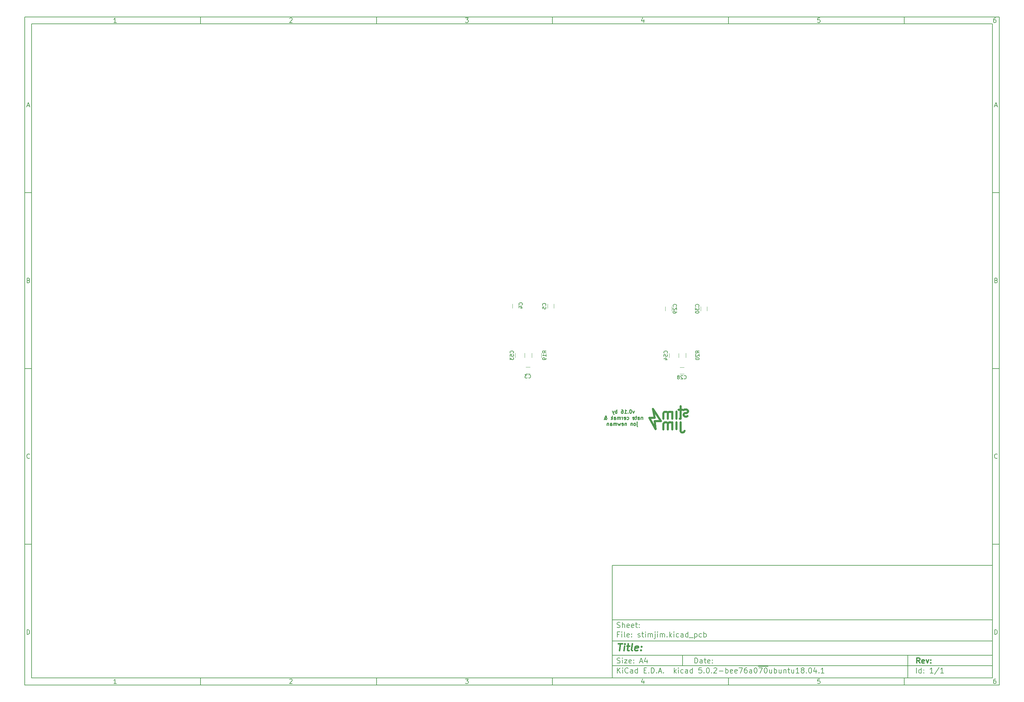
<source format=gbo>
G04 #@! TF.GenerationSoftware,KiCad,Pcbnew,5.0.2-bee76a0~70~ubuntu18.04.1*
G04 #@! TF.CreationDate,2019-02-25T13:41:17+02:00*
G04 #@! TF.ProjectId,stimjim,7374696d-6a69-46d2-9e6b-696361645f70,rev?*
G04 #@! TF.SameCoordinates,Original*
G04 #@! TF.FileFunction,Legend,Bot*
G04 #@! TF.FilePolarity,Positive*
%FSLAX46Y46*%
G04 Gerber Fmt 4.6, Leading zero omitted, Abs format (unit mm)*
G04 Created by KiCad (PCBNEW 5.0.2-bee76a0~70~ubuntu18.04.1) date Mon Feb 25 13:41:17 2019*
%MOMM*%
%LPD*%
G01*
G04 APERTURE LIST*
%ADD10C,0.100000*%
%ADD11C,0.150000*%
%ADD12C,0.300000*%
%ADD13C,0.400000*%
%ADD14C,0.600000*%
%ADD15C,0.250000*%
%ADD16C,0.120000*%
G04 APERTURE END LIST*
D10*
D11*
X177002200Y-166007200D02*
X177002200Y-198007200D01*
X285002200Y-198007200D01*
X285002200Y-166007200D01*
X177002200Y-166007200D01*
D10*
D11*
X10000000Y-10000000D02*
X10000000Y-200007200D01*
X287002200Y-200007200D01*
X287002200Y-10000000D01*
X10000000Y-10000000D01*
D10*
D11*
X12000000Y-12000000D02*
X12000000Y-198007200D01*
X285002200Y-198007200D01*
X285002200Y-12000000D01*
X12000000Y-12000000D01*
D10*
D11*
X60000000Y-12000000D02*
X60000000Y-10000000D01*
D10*
D11*
X110000000Y-12000000D02*
X110000000Y-10000000D01*
D10*
D11*
X160000000Y-12000000D02*
X160000000Y-10000000D01*
D10*
D11*
X210000000Y-12000000D02*
X210000000Y-10000000D01*
D10*
D11*
X260000000Y-12000000D02*
X260000000Y-10000000D01*
D10*
D11*
X36065476Y-11588095D02*
X35322619Y-11588095D01*
X35694047Y-11588095D02*
X35694047Y-10288095D01*
X35570238Y-10473809D01*
X35446428Y-10597619D01*
X35322619Y-10659523D01*
D10*
D11*
X85322619Y-10411904D02*
X85384523Y-10350000D01*
X85508333Y-10288095D01*
X85817857Y-10288095D01*
X85941666Y-10350000D01*
X86003571Y-10411904D01*
X86065476Y-10535714D01*
X86065476Y-10659523D01*
X86003571Y-10845238D01*
X85260714Y-11588095D01*
X86065476Y-11588095D01*
D10*
D11*
X135260714Y-10288095D02*
X136065476Y-10288095D01*
X135632142Y-10783333D01*
X135817857Y-10783333D01*
X135941666Y-10845238D01*
X136003571Y-10907142D01*
X136065476Y-11030952D01*
X136065476Y-11340476D01*
X136003571Y-11464285D01*
X135941666Y-11526190D01*
X135817857Y-11588095D01*
X135446428Y-11588095D01*
X135322619Y-11526190D01*
X135260714Y-11464285D01*
D10*
D11*
X185941666Y-10721428D02*
X185941666Y-11588095D01*
X185632142Y-10226190D02*
X185322619Y-11154761D01*
X186127380Y-11154761D01*
D10*
D11*
X236003571Y-10288095D02*
X235384523Y-10288095D01*
X235322619Y-10907142D01*
X235384523Y-10845238D01*
X235508333Y-10783333D01*
X235817857Y-10783333D01*
X235941666Y-10845238D01*
X236003571Y-10907142D01*
X236065476Y-11030952D01*
X236065476Y-11340476D01*
X236003571Y-11464285D01*
X235941666Y-11526190D01*
X235817857Y-11588095D01*
X235508333Y-11588095D01*
X235384523Y-11526190D01*
X235322619Y-11464285D01*
D10*
D11*
X285941666Y-10288095D02*
X285694047Y-10288095D01*
X285570238Y-10350000D01*
X285508333Y-10411904D01*
X285384523Y-10597619D01*
X285322619Y-10845238D01*
X285322619Y-11340476D01*
X285384523Y-11464285D01*
X285446428Y-11526190D01*
X285570238Y-11588095D01*
X285817857Y-11588095D01*
X285941666Y-11526190D01*
X286003571Y-11464285D01*
X286065476Y-11340476D01*
X286065476Y-11030952D01*
X286003571Y-10907142D01*
X285941666Y-10845238D01*
X285817857Y-10783333D01*
X285570238Y-10783333D01*
X285446428Y-10845238D01*
X285384523Y-10907142D01*
X285322619Y-11030952D01*
D10*
D11*
X60000000Y-198007200D02*
X60000000Y-200007200D01*
D10*
D11*
X110000000Y-198007200D02*
X110000000Y-200007200D01*
D10*
D11*
X160000000Y-198007200D02*
X160000000Y-200007200D01*
D10*
D11*
X210000000Y-198007200D02*
X210000000Y-200007200D01*
D10*
D11*
X260000000Y-198007200D02*
X260000000Y-200007200D01*
D10*
D11*
X36065476Y-199595295D02*
X35322619Y-199595295D01*
X35694047Y-199595295D02*
X35694047Y-198295295D01*
X35570238Y-198481009D01*
X35446428Y-198604819D01*
X35322619Y-198666723D01*
D10*
D11*
X85322619Y-198419104D02*
X85384523Y-198357200D01*
X85508333Y-198295295D01*
X85817857Y-198295295D01*
X85941666Y-198357200D01*
X86003571Y-198419104D01*
X86065476Y-198542914D01*
X86065476Y-198666723D01*
X86003571Y-198852438D01*
X85260714Y-199595295D01*
X86065476Y-199595295D01*
D10*
D11*
X135260714Y-198295295D02*
X136065476Y-198295295D01*
X135632142Y-198790533D01*
X135817857Y-198790533D01*
X135941666Y-198852438D01*
X136003571Y-198914342D01*
X136065476Y-199038152D01*
X136065476Y-199347676D01*
X136003571Y-199471485D01*
X135941666Y-199533390D01*
X135817857Y-199595295D01*
X135446428Y-199595295D01*
X135322619Y-199533390D01*
X135260714Y-199471485D01*
D10*
D11*
X185941666Y-198728628D02*
X185941666Y-199595295D01*
X185632142Y-198233390D02*
X185322619Y-199161961D01*
X186127380Y-199161961D01*
D10*
D11*
X236003571Y-198295295D02*
X235384523Y-198295295D01*
X235322619Y-198914342D01*
X235384523Y-198852438D01*
X235508333Y-198790533D01*
X235817857Y-198790533D01*
X235941666Y-198852438D01*
X236003571Y-198914342D01*
X236065476Y-199038152D01*
X236065476Y-199347676D01*
X236003571Y-199471485D01*
X235941666Y-199533390D01*
X235817857Y-199595295D01*
X235508333Y-199595295D01*
X235384523Y-199533390D01*
X235322619Y-199471485D01*
D10*
D11*
X285941666Y-198295295D02*
X285694047Y-198295295D01*
X285570238Y-198357200D01*
X285508333Y-198419104D01*
X285384523Y-198604819D01*
X285322619Y-198852438D01*
X285322619Y-199347676D01*
X285384523Y-199471485D01*
X285446428Y-199533390D01*
X285570238Y-199595295D01*
X285817857Y-199595295D01*
X285941666Y-199533390D01*
X286003571Y-199471485D01*
X286065476Y-199347676D01*
X286065476Y-199038152D01*
X286003571Y-198914342D01*
X285941666Y-198852438D01*
X285817857Y-198790533D01*
X285570238Y-198790533D01*
X285446428Y-198852438D01*
X285384523Y-198914342D01*
X285322619Y-199038152D01*
D10*
D11*
X10000000Y-60000000D02*
X12000000Y-60000000D01*
D10*
D11*
X10000000Y-110000000D02*
X12000000Y-110000000D01*
D10*
D11*
X10000000Y-160000000D02*
X12000000Y-160000000D01*
D10*
D11*
X10690476Y-35216666D02*
X11309523Y-35216666D01*
X10566666Y-35588095D02*
X11000000Y-34288095D01*
X11433333Y-35588095D01*
D10*
D11*
X11092857Y-84907142D02*
X11278571Y-84969047D01*
X11340476Y-85030952D01*
X11402380Y-85154761D01*
X11402380Y-85340476D01*
X11340476Y-85464285D01*
X11278571Y-85526190D01*
X11154761Y-85588095D01*
X10659523Y-85588095D01*
X10659523Y-84288095D01*
X11092857Y-84288095D01*
X11216666Y-84350000D01*
X11278571Y-84411904D01*
X11340476Y-84535714D01*
X11340476Y-84659523D01*
X11278571Y-84783333D01*
X11216666Y-84845238D01*
X11092857Y-84907142D01*
X10659523Y-84907142D01*
D10*
D11*
X11402380Y-135464285D02*
X11340476Y-135526190D01*
X11154761Y-135588095D01*
X11030952Y-135588095D01*
X10845238Y-135526190D01*
X10721428Y-135402380D01*
X10659523Y-135278571D01*
X10597619Y-135030952D01*
X10597619Y-134845238D01*
X10659523Y-134597619D01*
X10721428Y-134473809D01*
X10845238Y-134350000D01*
X11030952Y-134288095D01*
X11154761Y-134288095D01*
X11340476Y-134350000D01*
X11402380Y-134411904D01*
D10*
D11*
X10659523Y-185588095D02*
X10659523Y-184288095D01*
X10969047Y-184288095D01*
X11154761Y-184350000D01*
X11278571Y-184473809D01*
X11340476Y-184597619D01*
X11402380Y-184845238D01*
X11402380Y-185030952D01*
X11340476Y-185278571D01*
X11278571Y-185402380D01*
X11154761Y-185526190D01*
X10969047Y-185588095D01*
X10659523Y-185588095D01*
D10*
D11*
X287002200Y-60000000D02*
X285002200Y-60000000D01*
D10*
D11*
X287002200Y-110000000D02*
X285002200Y-110000000D01*
D10*
D11*
X287002200Y-160000000D02*
X285002200Y-160000000D01*
D10*
D11*
X285692676Y-35216666D02*
X286311723Y-35216666D01*
X285568866Y-35588095D02*
X286002200Y-34288095D01*
X286435533Y-35588095D01*
D10*
D11*
X286095057Y-84907142D02*
X286280771Y-84969047D01*
X286342676Y-85030952D01*
X286404580Y-85154761D01*
X286404580Y-85340476D01*
X286342676Y-85464285D01*
X286280771Y-85526190D01*
X286156961Y-85588095D01*
X285661723Y-85588095D01*
X285661723Y-84288095D01*
X286095057Y-84288095D01*
X286218866Y-84350000D01*
X286280771Y-84411904D01*
X286342676Y-84535714D01*
X286342676Y-84659523D01*
X286280771Y-84783333D01*
X286218866Y-84845238D01*
X286095057Y-84907142D01*
X285661723Y-84907142D01*
D10*
D11*
X286404580Y-135464285D02*
X286342676Y-135526190D01*
X286156961Y-135588095D01*
X286033152Y-135588095D01*
X285847438Y-135526190D01*
X285723628Y-135402380D01*
X285661723Y-135278571D01*
X285599819Y-135030952D01*
X285599819Y-134845238D01*
X285661723Y-134597619D01*
X285723628Y-134473809D01*
X285847438Y-134350000D01*
X286033152Y-134288095D01*
X286156961Y-134288095D01*
X286342676Y-134350000D01*
X286404580Y-134411904D01*
D10*
D11*
X285661723Y-185588095D02*
X285661723Y-184288095D01*
X285971247Y-184288095D01*
X286156961Y-184350000D01*
X286280771Y-184473809D01*
X286342676Y-184597619D01*
X286404580Y-184845238D01*
X286404580Y-185030952D01*
X286342676Y-185278571D01*
X286280771Y-185402380D01*
X286156961Y-185526190D01*
X285971247Y-185588095D01*
X285661723Y-185588095D01*
D10*
D11*
X200434342Y-193785771D02*
X200434342Y-192285771D01*
X200791485Y-192285771D01*
X201005771Y-192357200D01*
X201148628Y-192500057D01*
X201220057Y-192642914D01*
X201291485Y-192928628D01*
X201291485Y-193142914D01*
X201220057Y-193428628D01*
X201148628Y-193571485D01*
X201005771Y-193714342D01*
X200791485Y-193785771D01*
X200434342Y-193785771D01*
X202577200Y-193785771D02*
X202577200Y-193000057D01*
X202505771Y-192857200D01*
X202362914Y-192785771D01*
X202077200Y-192785771D01*
X201934342Y-192857200D01*
X202577200Y-193714342D02*
X202434342Y-193785771D01*
X202077200Y-193785771D01*
X201934342Y-193714342D01*
X201862914Y-193571485D01*
X201862914Y-193428628D01*
X201934342Y-193285771D01*
X202077200Y-193214342D01*
X202434342Y-193214342D01*
X202577200Y-193142914D01*
X203077200Y-192785771D02*
X203648628Y-192785771D01*
X203291485Y-192285771D02*
X203291485Y-193571485D01*
X203362914Y-193714342D01*
X203505771Y-193785771D01*
X203648628Y-193785771D01*
X204720057Y-193714342D02*
X204577200Y-193785771D01*
X204291485Y-193785771D01*
X204148628Y-193714342D01*
X204077200Y-193571485D01*
X204077200Y-193000057D01*
X204148628Y-192857200D01*
X204291485Y-192785771D01*
X204577200Y-192785771D01*
X204720057Y-192857200D01*
X204791485Y-193000057D01*
X204791485Y-193142914D01*
X204077200Y-193285771D01*
X205434342Y-193642914D02*
X205505771Y-193714342D01*
X205434342Y-193785771D01*
X205362914Y-193714342D01*
X205434342Y-193642914D01*
X205434342Y-193785771D01*
X205434342Y-192857200D02*
X205505771Y-192928628D01*
X205434342Y-193000057D01*
X205362914Y-192928628D01*
X205434342Y-192857200D01*
X205434342Y-193000057D01*
D10*
D11*
X177002200Y-194507200D02*
X285002200Y-194507200D01*
D10*
D11*
X178434342Y-196585771D02*
X178434342Y-195085771D01*
X179291485Y-196585771D02*
X178648628Y-195728628D01*
X179291485Y-195085771D02*
X178434342Y-195942914D01*
X179934342Y-196585771D02*
X179934342Y-195585771D01*
X179934342Y-195085771D02*
X179862914Y-195157200D01*
X179934342Y-195228628D01*
X180005771Y-195157200D01*
X179934342Y-195085771D01*
X179934342Y-195228628D01*
X181505771Y-196442914D02*
X181434342Y-196514342D01*
X181220057Y-196585771D01*
X181077200Y-196585771D01*
X180862914Y-196514342D01*
X180720057Y-196371485D01*
X180648628Y-196228628D01*
X180577200Y-195942914D01*
X180577200Y-195728628D01*
X180648628Y-195442914D01*
X180720057Y-195300057D01*
X180862914Y-195157200D01*
X181077200Y-195085771D01*
X181220057Y-195085771D01*
X181434342Y-195157200D01*
X181505771Y-195228628D01*
X182791485Y-196585771D02*
X182791485Y-195800057D01*
X182720057Y-195657200D01*
X182577200Y-195585771D01*
X182291485Y-195585771D01*
X182148628Y-195657200D01*
X182791485Y-196514342D02*
X182648628Y-196585771D01*
X182291485Y-196585771D01*
X182148628Y-196514342D01*
X182077200Y-196371485D01*
X182077200Y-196228628D01*
X182148628Y-196085771D01*
X182291485Y-196014342D01*
X182648628Y-196014342D01*
X182791485Y-195942914D01*
X184148628Y-196585771D02*
X184148628Y-195085771D01*
X184148628Y-196514342D02*
X184005771Y-196585771D01*
X183720057Y-196585771D01*
X183577200Y-196514342D01*
X183505771Y-196442914D01*
X183434342Y-196300057D01*
X183434342Y-195871485D01*
X183505771Y-195728628D01*
X183577200Y-195657200D01*
X183720057Y-195585771D01*
X184005771Y-195585771D01*
X184148628Y-195657200D01*
X186005771Y-195800057D02*
X186505771Y-195800057D01*
X186720057Y-196585771D02*
X186005771Y-196585771D01*
X186005771Y-195085771D01*
X186720057Y-195085771D01*
X187362914Y-196442914D02*
X187434342Y-196514342D01*
X187362914Y-196585771D01*
X187291485Y-196514342D01*
X187362914Y-196442914D01*
X187362914Y-196585771D01*
X188077200Y-196585771D02*
X188077200Y-195085771D01*
X188434342Y-195085771D01*
X188648628Y-195157200D01*
X188791485Y-195300057D01*
X188862914Y-195442914D01*
X188934342Y-195728628D01*
X188934342Y-195942914D01*
X188862914Y-196228628D01*
X188791485Y-196371485D01*
X188648628Y-196514342D01*
X188434342Y-196585771D01*
X188077200Y-196585771D01*
X189577200Y-196442914D02*
X189648628Y-196514342D01*
X189577200Y-196585771D01*
X189505771Y-196514342D01*
X189577200Y-196442914D01*
X189577200Y-196585771D01*
X190220057Y-196157200D02*
X190934342Y-196157200D01*
X190077200Y-196585771D02*
X190577200Y-195085771D01*
X191077200Y-196585771D01*
X191577200Y-196442914D02*
X191648628Y-196514342D01*
X191577200Y-196585771D01*
X191505771Y-196514342D01*
X191577200Y-196442914D01*
X191577200Y-196585771D01*
X194577200Y-196585771D02*
X194577200Y-195085771D01*
X194720057Y-196014342D02*
X195148628Y-196585771D01*
X195148628Y-195585771D02*
X194577200Y-196157200D01*
X195791485Y-196585771D02*
X195791485Y-195585771D01*
X195791485Y-195085771D02*
X195720057Y-195157200D01*
X195791485Y-195228628D01*
X195862914Y-195157200D01*
X195791485Y-195085771D01*
X195791485Y-195228628D01*
X197148628Y-196514342D02*
X197005771Y-196585771D01*
X196720057Y-196585771D01*
X196577200Y-196514342D01*
X196505771Y-196442914D01*
X196434342Y-196300057D01*
X196434342Y-195871485D01*
X196505771Y-195728628D01*
X196577200Y-195657200D01*
X196720057Y-195585771D01*
X197005771Y-195585771D01*
X197148628Y-195657200D01*
X198434342Y-196585771D02*
X198434342Y-195800057D01*
X198362914Y-195657200D01*
X198220057Y-195585771D01*
X197934342Y-195585771D01*
X197791485Y-195657200D01*
X198434342Y-196514342D02*
X198291485Y-196585771D01*
X197934342Y-196585771D01*
X197791485Y-196514342D01*
X197720057Y-196371485D01*
X197720057Y-196228628D01*
X197791485Y-196085771D01*
X197934342Y-196014342D01*
X198291485Y-196014342D01*
X198434342Y-195942914D01*
X199791485Y-196585771D02*
X199791485Y-195085771D01*
X199791485Y-196514342D02*
X199648628Y-196585771D01*
X199362914Y-196585771D01*
X199220057Y-196514342D01*
X199148628Y-196442914D01*
X199077200Y-196300057D01*
X199077200Y-195871485D01*
X199148628Y-195728628D01*
X199220057Y-195657200D01*
X199362914Y-195585771D01*
X199648628Y-195585771D01*
X199791485Y-195657200D01*
X202362914Y-195085771D02*
X201648628Y-195085771D01*
X201577200Y-195800057D01*
X201648628Y-195728628D01*
X201791485Y-195657200D01*
X202148628Y-195657200D01*
X202291485Y-195728628D01*
X202362914Y-195800057D01*
X202434342Y-195942914D01*
X202434342Y-196300057D01*
X202362914Y-196442914D01*
X202291485Y-196514342D01*
X202148628Y-196585771D01*
X201791485Y-196585771D01*
X201648628Y-196514342D01*
X201577200Y-196442914D01*
X203077200Y-196442914D02*
X203148628Y-196514342D01*
X203077200Y-196585771D01*
X203005771Y-196514342D01*
X203077200Y-196442914D01*
X203077200Y-196585771D01*
X204077200Y-195085771D02*
X204220057Y-195085771D01*
X204362914Y-195157200D01*
X204434342Y-195228628D01*
X204505771Y-195371485D01*
X204577200Y-195657200D01*
X204577200Y-196014342D01*
X204505771Y-196300057D01*
X204434342Y-196442914D01*
X204362914Y-196514342D01*
X204220057Y-196585771D01*
X204077200Y-196585771D01*
X203934342Y-196514342D01*
X203862914Y-196442914D01*
X203791485Y-196300057D01*
X203720057Y-196014342D01*
X203720057Y-195657200D01*
X203791485Y-195371485D01*
X203862914Y-195228628D01*
X203934342Y-195157200D01*
X204077200Y-195085771D01*
X205220057Y-196442914D02*
X205291485Y-196514342D01*
X205220057Y-196585771D01*
X205148628Y-196514342D01*
X205220057Y-196442914D01*
X205220057Y-196585771D01*
X205862914Y-195228628D02*
X205934342Y-195157200D01*
X206077200Y-195085771D01*
X206434342Y-195085771D01*
X206577200Y-195157200D01*
X206648628Y-195228628D01*
X206720057Y-195371485D01*
X206720057Y-195514342D01*
X206648628Y-195728628D01*
X205791485Y-196585771D01*
X206720057Y-196585771D01*
X207362914Y-196014342D02*
X208505771Y-196014342D01*
X209220057Y-196585771D02*
X209220057Y-195085771D01*
X209220057Y-195657200D02*
X209362914Y-195585771D01*
X209648628Y-195585771D01*
X209791485Y-195657200D01*
X209862914Y-195728628D01*
X209934342Y-195871485D01*
X209934342Y-196300057D01*
X209862914Y-196442914D01*
X209791485Y-196514342D01*
X209648628Y-196585771D01*
X209362914Y-196585771D01*
X209220057Y-196514342D01*
X211148628Y-196514342D02*
X211005771Y-196585771D01*
X210720057Y-196585771D01*
X210577200Y-196514342D01*
X210505771Y-196371485D01*
X210505771Y-195800057D01*
X210577200Y-195657200D01*
X210720057Y-195585771D01*
X211005771Y-195585771D01*
X211148628Y-195657200D01*
X211220057Y-195800057D01*
X211220057Y-195942914D01*
X210505771Y-196085771D01*
X212434342Y-196514342D02*
X212291485Y-196585771D01*
X212005771Y-196585771D01*
X211862914Y-196514342D01*
X211791485Y-196371485D01*
X211791485Y-195800057D01*
X211862914Y-195657200D01*
X212005771Y-195585771D01*
X212291485Y-195585771D01*
X212434342Y-195657200D01*
X212505771Y-195800057D01*
X212505771Y-195942914D01*
X211791485Y-196085771D01*
X213005771Y-195085771D02*
X214005771Y-195085771D01*
X213362914Y-196585771D01*
X215220057Y-195085771D02*
X214934342Y-195085771D01*
X214791485Y-195157200D01*
X214720057Y-195228628D01*
X214577200Y-195442914D01*
X214505771Y-195728628D01*
X214505771Y-196300057D01*
X214577200Y-196442914D01*
X214648628Y-196514342D01*
X214791485Y-196585771D01*
X215077200Y-196585771D01*
X215220057Y-196514342D01*
X215291485Y-196442914D01*
X215362914Y-196300057D01*
X215362914Y-195942914D01*
X215291485Y-195800057D01*
X215220057Y-195728628D01*
X215077200Y-195657200D01*
X214791485Y-195657200D01*
X214648628Y-195728628D01*
X214577200Y-195800057D01*
X214505771Y-195942914D01*
X216648628Y-196585771D02*
X216648628Y-195800057D01*
X216577200Y-195657200D01*
X216434342Y-195585771D01*
X216148628Y-195585771D01*
X216005771Y-195657200D01*
X216648628Y-196514342D02*
X216505771Y-196585771D01*
X216148628Y-196585771D01*
X216005771Y-196514342D01*
X215934342Y-196371485D01*
X215934342Y-196228628D01*
X216005771Y-196085771D01*
X216148628Y-196014342D01*
X216505771Y-196014342D01*
X216648628Y-195942914D01*
X217648628Y-195085771D02*
X217791485Y-195085771D01*
X217934342Y-195157200D01*
X218005771Y-195228628D01*
X218077200Y-195371485D01*
X218148628Y-195657200D01*
X218148628Y-196014342D01*
X218077200Y-196300057D01*
X218005771Y-196442914D01*
X217934342Y-196514342D01*
X217791485Y-196585771D01*
X217648628Y-196585771D01*
X217505771Y-196514342D01*
X217434342Y-196442914D01*
X217362914Y-196300057D01*
X217291485Y-196014342D01*
X217291485Y-195657200D01*
X217362914Y-195371485D01*
X217434342Y-195228628D01*
X217505771Y-195157200D01*
X217648628Y-195085771D01*
X218434342Y-194677200D02*
X219862914Y-194677200D01*
X218648628Y-195085771D02*
X219648628Y-195085771D01*
X219005771Y-196585771D01*
X219862914Y-194677200D02*
X221291485Y-194677200D01*
X220505771Y-195085771D02*
X220648628Y-195085771D01*
X220791485Y-195157200D01*
X220862914Y-195228628D01*
X220934342Y-195371485D01*
X221005771Y-195657200D01*
X221005771Y-196014342D01*
X220934342Y-196300057D01*
X220862914Y-196442914D01*
X220791485Y-196514342D01*
X220648628Y-196585771D01*
X220505771Y-196585771D01*
X220362914Y-196514342D01*
X220291485Y-196442914D01*
X220220057Y-196300057D01*
X220148628Y-196014342D01*
X220148628Y-195657200D01*
X220220057Y-195371485D01*
X220291485Y-195228628D01*
X220362914Y-195157200D01*
X220505771Y-195085771D01*
X222291485Y-195585771D02*
X222291485Y-196585771D01*
X221648628Y-195585771D02*
X221648628Y-196371485D01*
X221720057Y-196514342D01*
X221862914Y-196585771D01*
X222077200Y-196585771D01*
X222220057Y-196514342D01*
X222291485Y-196442914D01*
X223005771Y-196585771D02*
X223005771Y-195085771D01*
X223005771Y-195657200D02*
X223148628Y-195585771D01*
X223434342Y-195585771D01*
X223577200Y-195657200D01*
X223648628Y-195728628D01*
X223720057Y-195871485D01*
X223720057Y-196300057D01*
X223648628Y-196442914D01*
X223577200Y-196514342D01*
X223434342Y-196585771D01*
X223148628Y-196585771D01*
X223005771Y-196514342D01*
X225005771Y-195585771D02*
X225005771Y-196585771D01*
X224362914Y-195585771D02*
X224362914Y-196371485D01*
X224434342Y-196514342D01*
X224577200Y-196585771D01*
X224791485Y-196585771D01*
X224934342Y-196514342D01*
X225005771Y-196442914D01*
X225720057Y-195585771D02*
X225720057Y-196585771D01*
X225720057Y-195728628D02*
X225791485Y-195657200D01*
X225934342Y-195585771D01*
X226148628Y-195585771D01*
X226291485Y-195657200D01*
X226362914Y-195800057D01*
X226362914Y-196585771D01*
X226862914Y-195585771D02*
X227434342Y-195585771D01*
X227077200Y-195085771D02*
X227077200Y-196371485D01*
X227148628Y-196514342D01*
X227291485Y-196585771D01*
X227434342Y-196585771D01*
X228577200Y-195585771D02*
X228577200Y-196585771D01*
X227934342Y-195585771D02*
X227934342Y-196371485D01*
X228005771Y-196514342D01*
X228148628Y-196585771D01*
X228362914Y-196585771D01*
X228505771Y-196514342D01*
X228577200Y-196442914D01*
X230077200Y-196585771D02*
X229220057Y-196585771D01*
X229648628Y-196585771D02*
X229648628Y-195085771D01*
X229505771Y-195300057D01*
X229362914Y-195442914D01*
X229220057Y-195514342D01*
X230934342Y-195728628D02*
X230791485Y-195657200D01*
X230720057Y-195585771D01*
X230648628Y-195442914D01*
X230648628Y-195371485D01*
X230720057Y-195228628D01*
X230791485Y-195157200D01*
X230934342Y-195085771D01*
X231220057Y-195085771D01*
X231362914Y-195157200D01*
X231434342Y-195228628D01*
X231505771Y-195371485D01*
X231505771Y-195442914D01*
X231434342Y-195585771D01*
X231362914Y-195657200D01*
X231220057Y-195728628D01*
X230934342Y-195728628D01*
X230791485Y-195800057D01*
X230720057Y-195871485D01*
X230648628Y-196014342D01*
X230648628Y-196300057D01*
X230720057Y-196442914D01*
X230791485Y-196514342D01*
X230934342Y-196585771D01*
X231220057Y-196585771D01*
X231362914Y-196514342D01*
X231434342Y-196442914D01*
X231505771Y-196300057D01*
X231505771Y-196014342D01*
X231434342Y-195871485D01*
X231362914Y-195800057D01*
X231220057Y-195728628D01*
X232148628Y-196442914D02*
X232220057Y-196514342D01*
X232148628Y-196585771D01*
X232077200Y-196514342D01*
X232148628Y-196442914D01*
X232148628Y-196585771D01*
X233148628Y-195085771D02*
X233291485Y-195085771D01*
X233434342Y-195157200D01*
X233505771Y-195228628D01*
X233577200Y-195371485D01*
X233648628Y-195657200D01*
X233648628Y-196014342D01*
X233577200Y-196300057D01*
X233505771Y-196442914D01*
X233434342Y-196514342D01*
X233291485Y-196585771D01*
X233148628Y-196585771D01*
X233005771Y-196514342D01*
X232934342Y-196442914D01*
X232862914Y-196300057D01*
X232791485Y-196014342D01*
X232791485Y-195657200D01*
X232862914Y-195371485D01*
X232934342Y-195228628D01*
X233005771Y-195157200D01*
X233148628Y-195085771D01*
X234934342Y-195585771D02*
X234934342Y-196585771D01*
X234577200Y-195014342D02*
X234220057Y-196085771D01*
X235148628Y-196085771D01*
X235720057Y-196442914D02*
X235791485Y-196514342D01*
X235720057Y-196585771D01*
X235648628Y-196514342D01*
X235720057Y-196442914D01*
X235720057Y-196585771D01*
X237220057Y-196585771D02*
X236362914Y-196585771D01*
X236791485Y-196585771D02*
X236791485Y-195085771D01*
X236648628Y-195300057D01*
X236505771Y-195442914D01*
X236362914Y-195514342D01*
D10*
D11*
X177002200Y-191507200D02*
X285002200Y-191507200D01*
D10*
D12*
X264411485Y-193785771D02*
X263911485Y-193071485D01*
X263554342Y-193785771D02*
X263554342Y-192285771D01*
X264125771Y-192285771D01*
X264268628Y-192357200D01*
X264340057Y-192428628D01*
X264411485Y-192571485D01*
X264411485Y-192785771D01*
X264340057Y-192928628D01*
X264268628Y-193000057D01*
X264125771Y-193071485D01*
X263554342Y-193071485D01*
X265625771Y-193714342D02*
X265482914Y-193785771D01*
X265197200Y-193785771D01*
X265054342Y-193714342D01*
X264982914Y-193571485D01*
X264982914Y-193000057D01*
X265054342Y-192857200D01*
X265197200Y-192785771D01*
X265482914Y-192785771D01*
X265625771Y-192857200D01*
X265697200Y-193000057D01*
X265697200Y-193142914D01*
X264982914Y-193285771D01*
X266197200Y-192785771D02*
X266554342Y-193785771D01*
X266911485Y-192785771D01*
X267482914Y-193642914D02*
X267554342Y-193714342D01*
X267482914Y-193785771D01*
X267411485Y-193714342D01*
X267482914Y-193642914D01*
X267482914Y-193785771D01*
X267482914Y-192857200D02*
X267554342Y-192928628D01*
X267482914Y-193000057D01*
X267411485Y-192928628D01*
X267482914Y-192857200D01*
X267482914Y-193000057D01*
D10*
D11*
X178362914Y-193714342D02*
X178577200Y-193785771D01*
X178934342Y-193785771D01*
X179077200Y-193714342D01*
X179148628Y-193642914D01*
X179220057Y-193500057D01*
X179220057Y-193357200D01*
X179148628Y-193214342D01*
X179077200Y-193142914D01*
X178934342Y-193071485D01*
X178648628Y-193000057D01*
X178505771Y-192928628D01*
X178434342Y-192857200D01*
X178362914Y-192714342D01*
X178362914Y-192571485D01*
X178434342Y-192428628D01*
X178505771Y-192357200D01*
X178648628Y-192285771D01*
X179005771Y-192285771D01*
X179220057Y-192357200D01*
X179862914Y-193785771D02*
X179862914Y-192785771D01*
X179862914Y-192285771D02*
X179791485Y-192357200D01*
X179862914Y-192428628D01*
X179934342Y-192357200D01*
X179862914Y-192285771D01*
X179862914Y-192428628D01*
X180434342Y-192785771D02*
X181220057Y-192785771D01*
X180434342Y-193785771D01*
X181220057Y-193785771D01*
X182362914Y-193714342D02*
X182220057Y-193785771D01*
X181934342Y-193785771D01*
X181791485Y-193714342D01*
X181720057Y-193571485D01*
X181720057Y-193000057D01*
X181791485Y-192857200D01*
X181934342Y-192785771D01*
X182220057Y-192785771D01*
X182362914Y-192857200D01*
X182434342Y-193000057D01*
X182434342Y-193142914D01*
X181720057Y-193285771D01*
X183077200Y-193642914D02*
X183148628Y-193714342D01*
X183077200Y-193785771D01*
X183005771Y-193714342D01*
X183077200Y-193642914D01*
X183077200Y-193785771D01*
X183077200Y-192857200D02*
X183148628Y-192928628D01*
X183077200Y-193000057D01*
X183005771Y-192928628D01*
X183077200Y-192857200D01*
X183077200Y-193000057D01*
X184862914Y-193357200D02*
X185577200Y-193357200D01*
X184720057Y-193785771D02*
X185220057Y-192285771D01*
X185720057Y-193785771D01*
X186862914Y-192785771D02*
X186862914Y-193785771D01*
X186505771Y-192214342D02*
X186148628Y-193285771D01*
X187077200Y-193285771D01*
D10*
D11*
X263434342Y-196585771D02*
X263434342Y-195085771D01*
X264791485Y-196585771D02*
X264791485Y-195085771D01*
X264791485Y-196514342D02*
X264648628Y-196585771D01*
X264362914Y-196585771D01*
X264220057Y-196514342D01*
X264148628Y-196442914D01*
X264077200Y-196300057D01*
X264077200Y-195871485D01*
X264148628Y-195728628D01*
X264220057Y-195657200D01*
X264362914Y-195585771D01*
X264648628Y-195585771D01*
X264791485Y-195657200D01*
X265505771Y-196442914D02*
X265577200Y-196514342D01*
X265505771Y-196585771D01*
X265434342Y-196514342D01*
X265505771Y-196442914D01*
X265505771Y-196585771D01*
X265505771Y-195657200D02*
X265577200Y-195728628D01*
X265505771Y-195800057D01*
X265434342Y-195728628D01*
X265505771Y-195657200D01*
X265505771Y-195800057D01*
X268148628Y-196585771D02*
X267291485Y-196585771D01*
X267720057Y-196585771D02*
X267720057Y-195085771D01*
X267577200Y-195300057D01*
X267434342Y-195442914D01*
X267291485Y-195514342D01*
X269862914Y-195014342D02*
X268577200Y-196942914D01*
X271148628Y-196585771D02*
X270291485Y-196585771D01*
X270720057Y-196585771D02*
X270720057Y-195085771D01*
X270577200Y-195300057D01*
X270434342Y-195442914D01*
X270291485Y-195514342D01*
D10*
D11*
X177002200Y-187507200D02*
X285002200Y-187507200D01*
D10*
D13*
X178714580Y-188211961D02*
X179857438Y-188211961D01*
X179036009Y-190211961D02*
X179286009Y-188211961D01*
X180274104Y-190211961D02*
X180440771Y-188878628D01*
X180524104Y-188211961D02*
X180416961Y-188307200D01*
X180500295Y-188402438D01*
X180607438Y-188307200D01*
X180524104Y-188211961D01*
X180500295Y-188402438D01*
X181107438Y-188878628D02*
X181869342Y-188878628D01*
X181476485Y-188211961D02*
X181262200Y-189926247D01*
X181333628Y-190116723D01*
X181512200Y-190211961D01*
X181702676Y-190211961D01*
X182655057Y-190211961D02*
X182476485Y-190116723D01*
X182405057Y-189926247D01*
X182619342Y-188211961D01*
X184190771Y-190116723D02*
X183988390Y-190211961D01*
X183607438Y-190211961D01*
X183428866Y-190116723D01*
X183357438Y-189926247D01*
X183452676Y-189164342D01*
X183571723Y-188973866D01*
X183774104Y-188878628D01*
X184155057Y-188878628D01*
X184333628Y-188973866D01*
X184405057Y-189164342D01*
X184381247Y-189354819D01*
X183405057Y-189545295D01*
X185155057Y-190021485D02*
X185238390Y-190116723D01*
X185131247Y-190211961D01*
X185047914Y-190116723D01*
X185155057Y-190021485D01*
X185131247Y-190211961D01*
X185286009Y-188973866D02*
X185369342Y-189069104D01*
X185262200Y-189164342D01*
X185178866Y-189069104D01*
X185286009Y-188973866D01*
X185262200Y-189164342D01*
D10*
D11*
X178934342Y-185600057D02*
X178434342Y-185600057D01*
X178434342Y-186385771D02*
X178434342Y-184885771D01*
X179148628Y-184885771D01*
X179720057Y-186385771D02*
X179720057Y-185385771D01*
X179720057Y-184885771D02*
X179648628Y-184957200D01*
X179720057Y-185028628D01*
X179791485Y-184957200D01*
X179720057Y-184885771D01*
X179720057Y-185028628D01*
X180648628Y-186385771D02*
X180505771Y-186314342D01*
X180434342Y-186171485D01*
X180434342Y-184885771D01*
X181791485Y-186314342D02*
X181648628Y-186385771D01*
X181362914Y-186385771D01*
X181220057Y-186314342D01*
X181148628Y-186171485D01*
X181148628Y-185600057D01*
X181220057Y-185457200D01*
X181362914Y-185385771D01*
X181648628Y-185385771D01*
X181791485Y-185457200D01*
X181862914Y-185600057D01*
X181862914Y-185742914D01*
X181148628Y-185885771D01*
X182505771Y-186242914D02*
X182577200Y-186314342D01*
X182505771Y-186385771D01*
X182434342Y-186314342D01*
X182505771Y-186242914D01*
X182505771Y-186385771D01*
X182505771Y-185457200D02*
X182577200Y-185528628D01*
X182505771Y-185600057D01*
X182434342Y-185528628D01*
X182505771Y-185457200D01*
X182505771Y-185600057D01*
X184291485Y-186314342D02*
X184434342Y-186385771D01*
X184720057Y-186385771D01*
X184862914Y-186314342D01*
X184934342Y-186171485D01*
X184934342Y-186100057D01*
X184862914Y-185957200D01*
X184720057Y-185885771D01*
X184505771Y-185885771D01*
X184362914Y-185814342D01*
X184291485Y-185671485D01*
X184291485Y-185600057D01*
X184362914Y-185457200D01*
X184505771Y-185385771D01*
X184720057Y-185385771D01*
X184862914Y-185457200D01*
X185362914Y-185385771D02*
X185934342Y-185385771D01*
X185577200Y-184885771D02*
X185577200Y-186171485D01*
X185648628Y-186314342D01*
X185791485Y-186385771D01*
X185934342Y-186385771D01*
X186434342Y-186385771D02*
X186434342Y-185385771D01*
X186434342Y-184885771D02*
X186362914Y-184957200D01*
X186434342Y-185028628D01*
X186505771Y-184957200D01*
X186434342Y-184885771D01*
X186434342Y-185028628D01*
X187148628Y-186385771D02*
X187148628Y-185385771D01*
X187148628Y-185528628D02*
X187220057Y-185457200D01*
X187362914Y-185385771D01*
X187577200Y-185385771D01*
X187720057Y-185457200D01*
X187791485Y-185600057D01*
X187791485Y-186385771D01*
X187791485Y-185600057D02*
X187862914Y-185457200D01*
X188005771Y-185385771D01*
X188220057Y-185385771D01*
X188362914Y-185457200D01*
X188434342Y-185600057D01*
X188434342Y-186385771D01*
X189148628Y-185385771D02*
X189148628Y-186671485D01*
X189077200Y-186814342D01*
X188934342Y-186885771D01*
X188862914Y-186885771D01*
X189148628Y-184885771D02*
X189077200Y-184957200D01*
X189148628Y-185028628D01*
X189220057Y-184957200D01*
X189148628Y-184885771D01*
X189148628Y-185028628D01*
X189862914Y-186385771D02*
X189862914Y-185385771D01*
X189862914Y-184885771D02*
X189791485Y-184957200D01*
X189862914Y-185028628D01*
X189934342Y-184957200D01*
X189862914Y-184885771D01*
X189862914Y-185028628D01*
X190577200Y-186385771D02*
X190577200Y-185385771D01*
X190577200Y-185528628D02*
X190648628Y-185457200D01*
X190791485Y-185385771D01*
X191005771Y-185385771D01*
X191148628Y-185457200D01*
X191220057Y-185600057D01*
X191220057Y-186385771D01*
X191220057Y-185600057D02*
X191291485Y-185457200D01*
X191434342Y-185385771D01*
X191648628Y-185385771D01*
X191791485Y-185457200D01*
X191862914Y-185600057D01*
X191862914Y-186385771D01*
X192577200Y-186242914D02*
X192648628Y-186314342D01*
X192577200Y-186385771D01*
X192505771Y-186314342D01*
X192577200Y-186242914D01*
X192577200Y-186385771D01*
X193291485Y-186385771D02*
X193291485Y-184885771D01*
X193434342Y-185814342D02*
X193862914Y-186385771D01*
X193862914Y-185385771D02*
X193291485Y-185957200D01*
X194505771Y-186385771D02*
X194505771Y-185385771D01*
X194505771Y-184885771D02*
X194434342Y-184957200D01*
X194505771Y-185028628D01*
X194577200Y-184957200D01*
X194505771Y-184885771D01*
X194505771Y-185028628D01*
X195862914Y-186314342D02*
X195720057Y-186385771D01*
X195434342Y-186385771D01*
X195291485Y-186314342D01*
X195220057Y-186242914D01*
X195148628Y-186100057D01*
X195148628Y-185671485D01*
X195220057Y-185528628D01*
X195291485Y-185457200D01*
X195434342Y-185385771D01*
X195720057Y-185385771D01*
X195862914Y-185457200D01*
X197148628Y-186385771D02*
X197148628Y-185600057D01*
X197077200Y-185457200D01*
X196934342Y-185385771D01*
X196648628Y-185385771D01*
X196505771Y-185457200D01*
X197148628Y-186314342D02*
X197005771Y-186385771D01*
X196648628Y-186385771D01*
X196505771Y-186314342D01*
X196434342Y-186171485D01*
X196434342Y-186028628D01*
X196505771Y-185885771D01*
X196648628Y-185814342D01*
X197005771Y-185814342D01*
X197148628Y-185742914D01*
X198505771Y-186385771D02*
X198505771Y-184885771D01*
X198505771Y-186314342D02*
X198362914Y-186385771D01*
X198077200Y-186385771D01*
X197934342Y-186314342D01*
X197862914Y-186242914D01*
X197791485Y-186100057D01*
X197791485Y-185671485D01*
X197862914Y-185528628D01*
X197934342Y-185457200D01*
X198077200Y-185385771D01*
X198362914Y-185385771D01*
X198505771Y-185457200D01*
X198862914Y-186528628D02*
X200005771Y-186528628D01*
X200362914Y-185385771D02*
X200362914Y-186885771D01*
X200362914Y-185457200D02*
X200505771Y-185385771D01*
X200791485Y-185385771D01*
X200934342Y-185457200D01*
X201005771Y-185528628D01*
X201077200Y-185671485D01*
X201077200Y-186100057D01*
X201005771Y-186242914D01*
X200934342Y-186314342D01*
X200791485Y-186385771D01*
X200505771Y-186385771D01*
X200362914Y-186314342D01*
X202362914Y-186314342D02*
X202220057Y-186385771D01*
X201934342Y-186385771D01*
X201791485Y-186314342D01*
X201720057Y-186242914D01*
X201648628Y-186100057D01*
X201648628Y-185671485D01*
X201720057Y-185528628D01*
X201791485Y-185457200D01*
X201934342Y-185385771D01*
X202220057Y-185385771D01*
X202362914Y-185457200D01*
X203005771Y-186385771D02*
X203005771Y-184885771D01*
X203005771Y-185457200D02*
X203148628Y-185385771D01*
X203434342Y-185385771D01*
X203577200Y-185457200D01*
X203648628Y-185528628D01*
X203720057Y-185671485D01*
X203720057Y-186100057D01*
X203648628Y-186242914D01*
X203577200Y-186314342D01*
X203434342Y-186385771D01*
X203148628Y-186385771D01*
X203005771Y-186314342D01*
D10*
D11*
X177002200Y-181507200D02*
X285002200Y-181507200D01*
D10*
D11*
X178362914Y-183614342D02*
X178577200Y-183685771D01*
X178934342Y-183685771D01*
X179077200Y-183614342D01*
X179148628Y-183542914D01*
X179220057Y-183400057D01*
X179220057Y-183257200D01*
X179148628Y-183114342D01*
X179077200Y-183042914D01*
X178934342Y-182971485D01*
X178648628Y-182900057D01*
X178505771Y-182828628D01*
X178434342Y-182757200D01*
X178362914Y-182614342D01*
X178362914Y-182471485D01*
X178434342Y-182328628D01*
X178505771Y-182257200D01*
X178648628Y-182185771D01*
X179005771Y-182185771D01*
X179220057Y-182257200D01*
X179862914Y-183685771D02*
X179862914Y-182185771D01*
X180505771Y-183685771D02*
X180505771Y-182900057D01*
X180434342Y-182757200D01*
X180291485Y-182685771D01*
X180077200Y-182685771D01*
X179934342Y-182757200D01*
X179862914Y-182828628D01*
X181791485Y-183614342D02*
X181648628Y-183685771D01*
X181362914Y-183685771D01*
X181220057Y-183614342D01*
X181148628Y-183471485D01*
X181148628Y-182900057D01*
X181220057Y-182757200D01*
X181362914Y-182685771D01*
X181648628Y-182685771D01*
X181791485Y-182757200D01*
X181862914Y-182900057D01*
X181862914Y-183042914D01*
X181148628Y-183185771D01*
X183077200Y-183614342D02*
X182934342Y-183685771D01*
X182648628Y-183685771D01*
X182505771Y-183614342D01*
X182434342Y-183471485D01*
X182434342Y-182900057D01*
X182505771Y-182757200D01*
X182648628Y-182685771D01*
X182934342Y-182685771D01*
X183077200Y-182757200D01*
X183148628Y-182900057D01*
X183148628Y-183042914D01*
X182434342Y-183185771D01*
X183577200Y-182685771D02*
X184148628Y-182685771D01*
X183791485Y-182185771D02*
X183791485Y-183471485D01*
X183862914Y-183614342D01*
X184005771Y-183685771D01*
X184148628Y-183685771D01*
X184648628Y-183542914D02*
X184720057Y-183614342D01*
X184648628Y-183685771D01*
X184577200Y-183614342D01*
X184648628Y-183542914D01*
X184648628Y-183685771D01*
X184648628Y-182757200D02*
X184720057Y-182828628D01*
X184648628Y-182900057D01*
X184577200Y-182828628D01*
X184648628Y-182757200D01*
X184648628Y-182900057D01*
D10*
D11*
X197002200Y-191507200D02*
X197002200Y-194507200D01*
D10*
D11*
X261002200Y-191507200D02*
X261002200Y-198007200D01*
D14*
X196354262Y-127736096D02*
G75*
G03X197550666Y-127716513I596405J119582D01*
G01*
X196350666Y-125216514D02*
X196350666Y-127466514D01*
X194035714Y-127258308D02*
X194035714Y-125258308D01*
X194035714Y-125544023D02*
X193892857Y-125401166D01*
X193607142Y-125258308D01*
X193178571Y-125258308D01*
X192892857Y-125401166D01*
X192750000Y-125686880D01*
X192750000Y-127258308D01*
X192750000Y-125686880D02*
X192607142Y-125401166D01*
X192321428Y-125258308D01*
X191892857Y-125258308D01*
X191607142Y-125401166D01*
X191464285Y-125686880D01*
X191464285Y-127258308D01*
X196350666Y-124216514D02*
X196100666Y-124216514D01*
X195200666Y-125216514D02*
X195200666Y-127216514D01*
X197207808Y-121752228D02*
X197493523Y-121609371D01*
X198064951Y-121609371D01*
X198350666Y-121752228D01*
X198493523Y-122037942D01*
X198493523Y-122180799D01*
X198350666Y-122466514D01*
X198064951Y-122609371D01*
X197636380Y-122609371D01*
X197350666Y-122752228D01*
X197207808Y-123037942D01*
X197207808Y-123180799D01*
X197350666Y-123466514D01*
X197636380Y-123609371D01*
X198064951Y-123609371D01*
X198350666Y-123466514D01*
D15*
X183250000Y-122035714D02*
X183011904Y-122702380D01*
X182773809Y-122035714D01*
X182202380Y-121702380D02*
X182107142Y-121702380D01*
X182011904Y-121750000D01*
X181964285Y-121797619D01*
X181916666Y-121892857D01*
X181869047Y-122083333D01*
X181869047Y-122321428D01*
X181916666Y-122511904D01*
X181964285Y-122607142D01*
X182011904Y-122654761D01*
X182107142Y-122702380D01*
X182202380Y-122702380D01*
X182297619Y-122654761D01*
X182345238Y-122607142D01*
X182392857Y-122511904D01*
X182440476Y-122321428D01*
X182440476Y-122083333D01*
X182392857Y-121892857D01*
X182345238Y-121797619D01*
X182297619Y-121750000D01*
X182202380Y-121702380D01*
X181440476Y-122607142D02*
X181392857Y-122654761D01*
X181440476Y-122702380D01*
X181488095Y-122654761D01*
X181440476Y-122607142D01*
X181440476Y-122702380D01*
X180440476Y-122702380D02*
X181011904Y-122702380D01*
X180726190Y-122702380D02*
X180726190Y-121702380D01*
X180821428Y-121845238D01*
X180916666Y-121940476D01*
X181011904Y-121988095D01*
X179583333Y-121702380D02*
X179773809Y-121702380D01*
X179869047Y-121750000D01*
X179916666Y-121797619D01*
X180011904Y-121940476D01*
X180059523Y-122130952D01*
X180059523Y-122511904D01*
X180011904Y-122607142D01*
X179964285Y-122654761D01*
X179869047Y-122702380D01*
X179678571Y-122702380D01*
X179583333Y-122654761D01*
X179535714Y-122607142D01*
X179488095Y-122511904D01*
X179488095Y-122273809D01*
X179535714Y-122178571D01*
X179583333Y-122130952D01*
X179678571Y-122083333D01*
X179869047Y-122083333D01*
X179964285Y-122130952D01*
X180011904Y-122178571D01*
X180059523Y-122273809D01*
X178297619Y-122702380D02*
X178297619Y-121702380D01*
X178297619Y-122083333D02*
X178202380Y-122035714D01*
X178011904Y-122035714D01*
X177916666Y-122083333D01*
X177869047Y-122130952D01*
X177821428Y-122226190D01*
X177821428Y-122511904D01*
X177869047Y-122607142D01*
X177916666Y-122654761D01*
X178011904Y-122702380D01*
X178202380Y-122702380D01*
X178297619Y-122654761D01*
X177488095Y-122035714D02*
X177250000Y-122702380D01*
X177011904Y-122035714D02*
X177250000Y-122702380D01*
X177345238Y-122940476D01*
X177392857Y-122988095D01*
X177488095Y-123035714D01*
X185583333Y-123785714D02*
X185583333Y-124452380D01*
X185583333Y-123880952D02*
X185535714Y-123833333D01*
X185440476Y-123785714D01*
X185297619Y-123785714D01*
X185202380Y-123833333D01*
X185154761Y-123928571D01*
X185154761Y-124452380D01*
X184250000Y-124452380D02*
X184250000Y-123928571D01*
X184297619Y-123833333D01*
X184392857Y-123785714D01*
X184583333Y-123785714D01*
X184678571Y-123833333D01*
X184250000Y-124404761D02*
X184345238Y-124452380D01*
X184583333Y-124452380D01*
X184678571Y-124404761D01*
X184726190Y-124309523D01*
X184726190Y-124214285D01*
X184678571Y-124119047D01*
X184583333Y-124071428D01*
X184345238Y-124071428D01*
X184250000Y-124023809D01*
X183916666Y-123785714D02*
X183535714Y-123785714D01*
X183773809Y-123452380D02*
X183773809Y-124309523D01*
X183726190Y-124404761D01*
X183630952Y-124452380D01*
X183535714Y-124452380D01*
X182821428Y-124404761D02*
X182916666Y-124452380D01*
X183107142Y-124452380D01*
X183202380Y-124404761D01*
X183250000Y-124309523D01*
X183250000Y-123928571D01*
X183202380Y-123833333D01*
X183107142Y-123785714D01*
X182916666Y-123785714D01*
X182821428Y-123833333D01*
X182773809Y-123928571D01*
X182773809Y-124023809D01*
X183250000Y-124119047D01*
X181154761Y-124404761D02*
X181250000Y-124452380D01*
X181440476Y-124452380D01*
X181535714Y-124404761D01*
X181583333Y-124357142D01*
X181630952Y-124261904D01*
X181630952Y-123976190D01*
X181583333Y-123880952D01*
X181535714Y-123833333D01*
X181440476Y-123785714D01*
X181250000Y-123785714D01*
X181154761Y-123833333D01*
X180345238Y-124404761D02*
X180440476Y-124452380D01*
X180630952Y-124452380D01*
X180726190Y-124404761D01*
X180773809Y-124309523D01*
X180773809Y-123928571D01*
X180726190Y-123833333D01*
X180630952Y-123785714D01*
X180440476Y-123785714D01*
X180345238Y-123833333D01*
X180297619Y-123928571D01*
X180297619Y-124023809D01*
X180773809Y-124119047D01*
X179869047Y-124452380D02*
X179869047Y-123785714D01*
X179869047Y-123976190D02*
X179821428Y-123880952D01*
X179773809Y-123833333D01*
X179678571Y-123785714D01*
X179583333Y-123785714D01*
X179250000Y-124452380D02*
X179250000Y-123785714D01*
X179250000Y-123880952D02*
X179202380Y-123833333D01*
X179107142Y-123785714D01*
X178964285Y-123785714D01*
X178869047Y-123833333D01*
X178821428Y-123928571D01*
X178821428Y-124452380D01*
X178821428Y-123928571D02*
X178773809Y-123833333D01*
X178678571Y-123785714D01*
X178535714Y-123785714D01*
X178440476Y-123833333D01*
X178392857Y-123928571D01*
X178392857Y-124452380D01*
X177488095Y-124452380D02*
X177488095Y-123928571D01*
X177535714Y-123833333D01*
X177630952Y-123785714D01*
X177821428Y-123785714D01*
X177916666Y-123833333D01*
X177488095Y-124404761D02*
X177583333Y-124452380D01*
X177821428Y-124452380D01*
X177916666Y-124404761D01*
X177964285Y-124309523D01*
X177964285Y-124214285D01*
X177916666Y-124119047D01*
X177821428Y-124071428D01*
X177583333Y-124071428D01*
X177488095Y-124023809D01*
X177011904Y-124452380D02*
X177011904Y-123452380D01*
X176916666Y-124071428D02*
X176630952Y-124452380D01*
X176630952Y-123785714D02*
X177011904Y-124166666D01*
X174630952Y-124452380D02*
X174678571Y-124452380D01*
X174773809Y-124404761D01*
X174916666Y-124261904D01*
X175154761Y-123976190D01*
X175250000Y-123833333D01*
X175297619Y-123690476D01*
X175297619Y-123595238D01*
X175250000Y-123500000D01*
X175154761Y-123452380D01*
X175107142Y-123452380D01*
X175011904Y-123500000D01*
X174964285Y-123595238D01*
X174964285Y-123642857D01*
X175011904Y-123738095D01*
X175059523Y-123785714D01*
X175345238Y-123976190D01*
X175392857Y-124023809D01*
X175440476Y-124119047D01*
X175440476Y-124261904D01*
X175392857Y-124357142D01*
X175345238Y-124404761D01*
X175250000Y-124452380D01*
X175107142Y-124452380D01*
X175011904Y-124404761D01*
X174964285Y-124357142D01*
X174821428Y-124166666D01*
X174773809Y-124023809D01*
X174773809Y-123928571D01*
X184011904Y-125535714D02*
X184011904Y-126392857D01*
X184059523Y-126488095D01*
X184154761Y-126535714D01*
X184202380Y-126535714D01*
X184011904Y-125202380D02*
X184059523Y-125250000D01*
X184011904Y-125297619D01*
X183964285Y-125250000D01*
X184011904Y-125202380D01*
X184011904Y-125297619D01*
X183392857Y-126202380D02*
X183488095Y-126154761D01*
X183535714Y-126107142D01*
X183583333Y-126011904D01*
X183583333Y-125726190D01*
X183535714Y-125630952D01*
X183488095Y-125583333D01*
X183392857Y-125535714D01*
X183250000Y-125535714D01*
X183154761Y-125583333D01*
X183107142Y-125630952D01*
X183059523Y-125726190D01*
X183059523Y-126011904D01*
X183107142Y-126107142D01*
X183154761Y-126154761D01*
X183250000Y-126202380D01*
X183392857Y-126202380D01*
X182630952Y-125535714D02*
X182630952Y-126202380D01*
X182630952Y-125630952D02*
X182583333Y-125583333D01*
X182488095Y-125535714D01*
X182345238Y-125535714D01*
X182250000Y-125583333D01*
X182202380Y-125678571D01*
X182202380Y-126202380D01*
X180964285Y-125535714D02*
X180964285Y-126202380D01*
X180964285Y-125630952D02*
X180916666Y-125583333D01*
X180821428Y-125535714D01*
X180678571Y-125535714D01*
X180583333Y-125583333D01*
X180535714Y-125678571D01*
X180535714Y-126202380D01*
X179678571Y-126154761D02*
X179773809Y-126202380D01*
X179964285Y-126202380D01*
X180059523Y-126154761D01*
X180107142Y-126059523D01*
X180107142Y-125678571D01*
X180059523Y-125583333D01*
X179964285Y-125535714D01*
X179773809Y-125535714D01*
X179678571Y-125583333D01*
X179630952Y-125678571D01*
X179630952Y-125773809D01*
X180107142Y-125869047D01*
X179297619Y-125535714D02*
X179107142Y-126202380D01*
X178916666Y-125726190D01*
X178726190Y-126202380D01*
X178535714Y-125535714D01*
X178154761Y-126202380D02*
X178154761Y-125535714D01*
X178154761Y-125630952D02*
X178107142Y-125583333D01*
X178011904Y-125535714D01*
X177869047Y-125535714D01*
X177773809Y-125583333D01*
X177726190Y-125678571D01*
X177726190Y-126202380D01*
X177726190Y-125678571D02*
X177678571Y-125583333D01*
X177583333Y-125535714D01*
X177440476Y-125535714D01*
X177345238Y-125583333D01*
X177297619Y-125678571D01*
X177297619Y-126202380D01*
X176392857Y-126202380D02*
X176392857Y-125678571D01*
X176440476Y-125583333D01*
X176535714Y-125535714D01*
X176726190Y-125535714D01*
X176821428Y-125583333D01*
X176392857Y-126154761D02*
X176488095Y-126202380D01*
X176726190Y-126202380D01*
X176821428Y-126154761D01*
X176869047Y-126059523D01*
X176869047Y-125964285D01*
X176821428Y-125869047D01*
X176726190Y-125821428D01*
X176488095Y-125821428D01*
X176392857Y-125773809D01*
X175916666Y-125535714D02*
X175916666Y-126202380D01*
X175916666Y-125630952D02*
X175869047Y-125583333D01*
X175773809Y-125535714D01*
X175630952Y-125535714D01*
X175535714Y-125583333D01*
X175488095Y-125678571D01*
X175488095Y-126202380D01*
D14*
X195200666Y-122216514D02*
X195200666Y-124216514D01*
X194035714Y-124258308D02*
X194035714Y-122258308D01*
X194035714Y-122544023D02*
X193892857Y-122401166D01*
X193607142Y-122258308D01*
X193178571Y-122258308D01*
X192892857Y-122401166D01*
X192750000Y-122686880D01*
X192750000Y-124258308D01*
X192750000Y-122686880D02*
X192607142Y-122401166D01*
X192321428Y-122258308D01*
X191892857Y-122258308D01*
X191607142Y-122401166D01*
X191464285Y-122686880D01*
X191464285Y-124258308D01*
X196900666Y-121716514D02*
X195800666Y-121716514D01*
X196350666Y-124216514D02*
X196350666Y-120716514D01*
X187500000Y-123951166D02*
X189000000Y-123951166D01*
X189000000Y-123951166D02*
X188500000Y-121451166D01*
X189250000Y-127201166D02*
X187500000Y-123951166D01*
X188500000Y-121451166D02*
X190750000Y-124951166D01*
X190750000Y-124951166D02*
X189000000Y-124951166D01*
X189000000Y-124951166D02*
X189250000Y-127201166D01*
X196350666Y-127466514D02*
X196350666Y-127716514D01*
D16*
G04 #@! TO.C,C53*
X152110000Y-105635436D02*
X152110000Y-106839564D01*
X149390000Y-105635436D02*
X149390000Y-106839564D01*
G04 #@! TO.C,C54*
X193140000Y-105660436D02*
X193140000Y-106864564D01*
X195860000Y-105660436D02*
X195860000Y-106864564D01*
G04 #@! TO.C,R19*
X156860000Y-105647936D02*
X156860000Y-106852064D01*
X154140000Y-105647936D02*
X154140000Y-106852064D01*
G04 #@! TO.C,R20*
X197890000Y-105647936D02*
X197890000Y-106852064D01*
X200610000Y-105647936D02*
X200610000Y-106852064D01*
G04 #@! TO.C,C29*
X193910000Y-93602064D02*
X193910000Y-92397936D01*
X192090000Y-93602064D02*
X192090000Y-92397936D01*
G04 #@! TO.C,C28*
X197402064Y-111510000D02*
X196197936Y-111510000D01*
X197402064Y-109690000D02*
X196197936Y-109690000D01*
G04 #@! TO.C,C30*
X202090000Y-92397936D02*
X202090000Y-93602064D01*
X203910000Y-92397936D02*
X203910000Y-93602064D01*
G04 #@! TO.C,C4*
X148590000Y-92852064D02*
X148590000Y-91647936D01*
X150410000Y-92852064D02*
X150410000Y-91647936D01*
G04 #@! TO.C,C5*
X158590000Y-91647936D02*
X158590000Y-92852064D01*
X160410000Y-91647936D02*
X160410000Y-92852064D01*
G04 #@! TO.C,C3*
X153602064Y-111410000D02*
X152397936Y-111410000D01*
X153602064Y-109590000D02*
X152397936Y-109590000D01*
G04 #@! TO.C,C53*
D11*
X148827142Y-105594642D02*
X148874761Y-105547023D01*
X148922380Y-105404166D01*
X148922380Y-105308928D01*
X148874761Y-105166071D01*
X148779523Y-105070833D01*
X148684285Y-105023214D01*
X148493809Y-104975595D01*
X148350952Y-104975595D01*
X148160476Y-105023214D01*
X148065238Y-105070833D01*
X147970000Y-105166071D01*
X147922380Y-105308928D01*
X147922380Y-105404166D01*
X147970000Y-105547023D01*
X148017619Y-105594642D01*
X147922380Y-106499404D02*
X147922380Y-106023214D01*
X148398571Y-105975595D01*
X148350952Y-106023214D01*
X148303333Y-106118452D01*
X148303333Y-106356547D01*
X148350952Y-106451785D01*
X148398571Y-106499404D01*
X148493809Y-106547023D01*
X148731904Y-106547023D01*
X148827142Y-106499404D01*
X148874761Y-106451785D01*
X148922380Y-106356547D01*
X148922380Y-106118452D01*
X148874761Y-106023214D01*
X148827142Y-105975595D01*
X147922380Y-106880357D02*
X147922380Y-107499404D01*
X148303333Y-107166071D01*
X148303333Y-107308928D01*
X148350952Y-107404166D01*
X148398571Y-107451785D01*
X148493809Y-107499404D01*
X148731904Y-107499404D01*
X148827142Y-107451785D01*
X148874761Y-107404166D01*
X148922380Y-107308928D01*
X148922380Y-107023214D01*
X148874761Y-106927976D01*
X148827142Y-106880357D01*
G04 #@! TO.C,C54*
X192577142Y-105619642D02*
X192624761Y-105572023D01*
X192672380Y-105429166D01*
X192672380Y-105333928D01*
X192624761Y-105191071D01*
X192529523Y-105095833D01*
X192434285Y-105048214D01*
X192243809Y-105000595D01*
X192100952Y-105000595D01*
X191910476Y-105048214D01*
X191815238Y-105095833D01*
X191720000Y-105191071D01*
X191672380Y-105333928D01*
X191672380Y-105429166D01*
X191720000Y-105572023D01*
X191767619Y-105619642D01*
X191672380Y-106524404D02*
X191672380Y-106048214D01*
X192148571Y-106000595D01*
X192100952Y-106048214D01*
X192053333Y-106143452D01*
X192053333Y-106381547D01*
X192100952Y-106476785D01*
X192148571Y-106524404D01*
X192243809Y-106572023D01*
X192481904Y-106572023D01*
X192577142Y-106524404D01*
X192624761Y-106476785D01*
X192672380Y-106381547D01*
X192672380Y-106143452D01*
X192624761Y-106048214D01*
X192577142Y-106000595D01*
X192005714Y-107429166D02*
X192672380Y-107429166D01*
X191624761Y-107191071D02*
X192339047Y-106952976D01*
X192339047Y-107572023D01*
G04 #@! TO.C,R19*
X158202380Y-105607142D02*
X157726190Y-105273809D01*
X158202380Y-105035714D02*
X157202380Y-105035714D01*
X157202380Y-105416666D01*
X157250000Y-105511904D01*
X157297619Y-105559523D01*
X157392857Y-105607142D01*
X157535714Y-105607142D01*
X157630952Y-105559523D01*
X157678571Y-105511904D01*
X157726190Y-105416666D01*
X157726190Y-105035714D01*
X158202380Y-106559523D02*
X158202380Y-105988095D01*
X158202380Y-106273809D02*
X157202380Y-106273809D01*
X157345238Y-106178571D01*
X157440476Y-106083333D01*
X157488095Y-105988095D01*
X158202380Y-107035714D02*
X158202380Y-107226190D01*
X158154761Y-107321428D01*
X158107142Y-107369047D01*
X157964285Y-107464285D01*
X157773809Y-107511904D01*
X157392857Y-107511904D01*
X157297619Y-107464285D01*
X157250000Y-107416666D01*
X157202380Y-107321428D01*
X157202380Y-107130952D01*
X157250000Y-107035714D01*
X157297619Y-106988095D01*
X157392857Y-106940476D01*
X157630952Y-106940476D01*
X157726190Y-106988095D01*
X157773809Y-107035714D01*
X157821428Y-107130952D01*
X157821428Y-107321428D01*
X157773809Y-107416666D01*
X157726190Y-107464285D01*
X157630952Y-107511904D01*
G04 #@! TO.C,R20*
X201702380Y-105607142D02*
X201226190Y-105273809D01*
X201702380Y-105035714D02*
X200702380Y-105035714D01*
X200702380Y-105416666D01*
X200750000Y-105511904D01*
X200797619Y-105559523D01*
X200892857Y-105607142D01*
X201035714Y-105607142D01*
X201130952Y-105559523D01*
X201178571Y-105511904D01*
X201226190Y-105416666D01*
X201226190Y-105035714D01*
X200797619Y-105988095D02*
X200750000Y-106035714D01*
X200702380Y-106130952D01*
X200702380Y-106369047D01*
X200750000Y-106464285D01*
X200797619Y-106511904D01*
X200892857Y-106559523D01*
X200988095Y-106559523D01*
X201130952Y-106511904D01*
X201702380Y-105940476D01*
X201702380Y-106559523D01*
X200702380Y-107178571D02*
X200702380Y-107273809D01*
X200750000Y-107369047D01*
X200797619Y-107416666D01*
X200892857Y-107464285D01*
X201083333Y-107511904D01*
X201321428Y-107511904D01*
X201511904Y-107464285D01*
X201607142Y-107416666D01*
X201654761Y-107369047D01*
X201702380Y-107273809D01*
X201702380Y-107178571D01*
X201654761Y-107083333D01*
X201607142Y-107035714D01*
X201511904Y-106988095D01*
X201321428Y-106940476D01*
X201083333Y-106940476D01*
X200892857Y-106988095D01*
X200797619Y-107035714D01*
X200750000Y-107083333D01*
X200702380Y-107178571D01*
G04 #@! TO.C,C29*
X195177142Y-92357142D02*
X195224761Y-92309523D01*
X195272380Y-92166666D01*
X195272380Y-92071428D01*
X195224761Y-91928571D01*
X195129523Y-91833333D01*
X195034285Y-91785714D01*
X194843809Y-91738095D01*
X194700952Y-91738095D01*
X194510476Y-91785714D01*
X194415238Y-91833333D01*
X194320000Y-91928571D01*
X194272380Y-92071428D01*
X194272380Y-92166666D01*
X194320000Y-92309523D01*
X194367619Y-92357142D01*
X194367619Y-92738095D02*
X194320000Y-92785714D01*
X194272380Y-92880952D01*
X194272380Y-93119047D01*
X194320000Y-93214285D01*
X194367619Y-93261904D01*
X194462857Y-93309523D01*
X194558095Y-93309523D01*
X194700952Y-93261904D01*
X195272380Y-92690476D01*
X195272380Y-93309523D01*
X195272380Y-93785714D02*
X195272380Y-93976190D01*
X195224761Y-94071428D01*
X195177142Y-94119047D01*
X195034285Y-94214285D01*
X194843809Y-94261904D01*
X194462857Y-94261904D01*
X194367619Y-94214285D01*
X194320000Y-94166666D01*
X194272380Y-94071428D01*
X194272380Y-93880952D01*
X194320000Y-93785714D01*
X194367619Y-93738095D01*
X194462857Y-93690476D01*
X194700952Y-93690476D01*
X194796190Y-93738095D01*
X194843809Y-93785714D01*
X194891428Y-93880952D01*
X194891428Y-94071428D01*
X194843809Y-94166666D01*
X194796190Y-94214285D01*
X194700952Y-94261904D01*
G04 #@! TO.C,C28*
X197392857Y-112857142D02*
X197440476Y-112904761D01*
X197583333Y-112952380D01*
X197678571Y-112952380D01*
X197821428Y-112904761D01*
X197916666Y-112809523D01*
X197964285Y-112714285D01*
X198011904Y-112523809D01*
X198011904Y-112380952D01*
X197964285Y-112190476D01*
X197916666Y-112095238D01*
X197821428Y-112000000D01*
X197678571Y-111952380D01*
X197583333Y-111952380D01*
X197440476Y-112000000D01*
X197392857Y-112047619D01*
X197011904Y-112047619D02*
X196964285Y-112000000D01*
X196869047Y-111952380D01*
X196630952Y-111952380D01*
X196535714Y-112000000D01*
X196488095Y-112047619D01*
X196440476Y-112142857D01*
X196440476Y-112238095D01*
X196488095Y-112380952D01*
X197059523Y-112952380D01*
X196440476Y-112952380D01*
X195869047Y-112380952D02*
X195964285Y-112333333D01*
X196011904Y-112285714D01*
X196059523Y-112190476D01*
X196059523Y-112142857D01*
X196011904Y-112047619D01*
X195964285Y-112000000D01*
X195869047Y-111952380D01*
X195678571Y-111952380D01*
X195583333Y-112000000D01*
X195535714Y-112047619D01*
X195488095Y-112142857D01*
X195488095Y-112190476D01*
X195535714Y-112285714D01*
X195583333Y-112333333D01*
X195678571Y-112380952D01*
X195869047Y-112380952D01*
X195964285Y-112428571D01*
X196011904Y-112476190D01*
X196059523Y-112571428D01*
X196059523Y-112761904D01*
X196011904Y-112857142D01*
X195964285Y-112904761D01*
X195869047Y-112952380D01*
X195678571Y-112952380D01*
X195583333Y-112904761D01*
X195535714Y-112857142D01*
X195488095Y-112761904D01*
X195488095Y-112571428D01*
X195535714Y-112476190D01*
X195583333Y-112428571D01*
X195678571Y-112380952D01*
G04 #@! TO.C,C30*
X201537142Y-92357142D02*
X201584761Y-92309523D01*
X201632380Y-92166666D01*
X201632380Y-92071428D01*
X201584761Y-91928571D01*
X201489523Y-91833333D01*
X201394285Y-91785714D01*
X201203809Y-91738095D01*
X201060952Y-91738095D01*
X200870476Y-91785714D01*
X200775238Y-91833333D01*
X200680000Y-91928571D01*
X200632380Y-92071428D01*
X200632380Y-92166666D01*
X200680000Y-92309523D01*
X200727619Y-92357142D01*
X200632380Y-92690476D02*
X200632380Y-93309523D01*
X201013333Y-92976190D01*
X201013333Y-93119047D01*
X201060952Y-93214285D01*
X201108571Y-93261904D01*
X201203809Y-93309523D01*
X201441904Y-93309523D01*
X201537142Y-93261904D01*
X201584761Y-93214285D01*
X201632380Y-93119047D01*
X201632380Y-92833333D01*
X201584761Y-92738095D01*
X201537142Y-92690476D01*
X200632380Y-93928571D02*
X200632380Y-94023809D01*
X200680000Y-94119047D01*
X200727619Y-94166666D01*
X200822857Y-94214285D01*
X201013333Y-94261904D01*
X201251428Y-94261904D01*
X201441904Y-94214285D01*
X201537142Y-94166666D01*
X201584761Y-94119047D01*
X201632380Y-94023809D01*
X201632380Y-93928571D01*
X201584761Y-93833333D01*
X201537142Y-93785714D01*
X201441904Y-93738095D01*
X201251428Y-93690476D01*
X201013333Y-93690476D01*
X200822857Y-93738095D01*
X200727619Y-93785714D01*
X200680000Y-93833333D01*
X200632380Y-93928571D01*
G04 #@! TO.C,C4*
X151372143Y-91888334D02*
X151419762Y-91840715D01*
X151467381Y-91697858D01*
X151467381Y-91602620D01*
X151419762Y-91459762D01*
X151324524Y-91364524D01*
X151229286Y-91316905D01*
X151038810Y-91269286D01*
X150895953Y-91269286D01*
X150705477Y-91316905D01*
X150610239Y-91364524D01*
X150515001Y-91459762D01*
X150467381Y-91602620D01*
X150467381Y-91697858D01*
X150515001Y-91840715D01*
X150562620Y-91888334D01*
X150800715Y-92745477D02*
X151467381Y-92745477D01*
X150419762Y-92507381D02*
X151134048Y-92269286D01*
X151134048Y-92888334D01*
G04 #@! TO.C,C5*
X158037142Y-92083333D02*
X158084761Y-92035714D01*
X158132380Y-91892857D01*
X158132380Y-91797619D01*
X158084761Y-91654761D01*
X157989523Y-91559523D01*
X157894285Y-91511904D01*
X157703809Y-91464285D01*
X157560952Y-91464285D01*
X157370476Y-91511904D01*
X157275238Y-91559523D01*
X157180000Y-91654761D01*
X157132380Y-91797619D01*
X157132380Y-91892857D01*
X157180000Y-92035714D01*
X157227619Y-92083333D01*
X157132380Y-92988095D02*
X157132380Y-92511904D01*
X157608571Y-92464285D01*
X157560952Y-92511904D01*
X157513333Y-92607142D01*
X157513333Y-92845238D01*
X157560952Y-92940476D01*
X157608571Y-92988095D01*
X157703809Y-93035714D01*
X157941904Y-93035714D01*
X158037142Y-92988095D01*
X158084761Y-92940476D01*
X158132380Y-92845238D01*
X158132380Y-92607142D01*
X158084761Y-92511904D01*
X158037142Y-92464285D01*
G04 #@! TO.C,C3*
X153166666Y-112607142D02*
X153214285Y-112654761D01*
X153357142Y-112702380D01*
X153452380Y-112702380D01*
X153595238Y-112654761D01*
X153690476Y-112559523D01*
X153738095Y-112464285D01*
X153785714Y-112273809D01*
X153785714Y-112130952D01*
X153738095Y-111940476D01*
X153690476Y-111845238D01*
X153595238Y-111750000D01*
X153452380Y-111702380D01*
X153357142Y-111702380D01*
X153214285Y-111750000D01*
X153166666Y-111797619D01*
X152833333Y-111702380D02*
X152214285Y-111702380D01*
X152547619Y-112083333D01*
X152404761Y-112083333D01*
X152309523Y-112130952D01*
X152261904Y-112178571D01*
X152214285Y-112273809D01*
X152214285Y-112511904D01*
X152261904Y-112607142D01*
X152309523Y-112654761D01*
X152404761Y-112702380D01*
X152690476Y-112702380D01*
X152785714Y-112654761D01*
X152833333Y-112607142D01*
G04 #@! TD*
M02*

</source>
